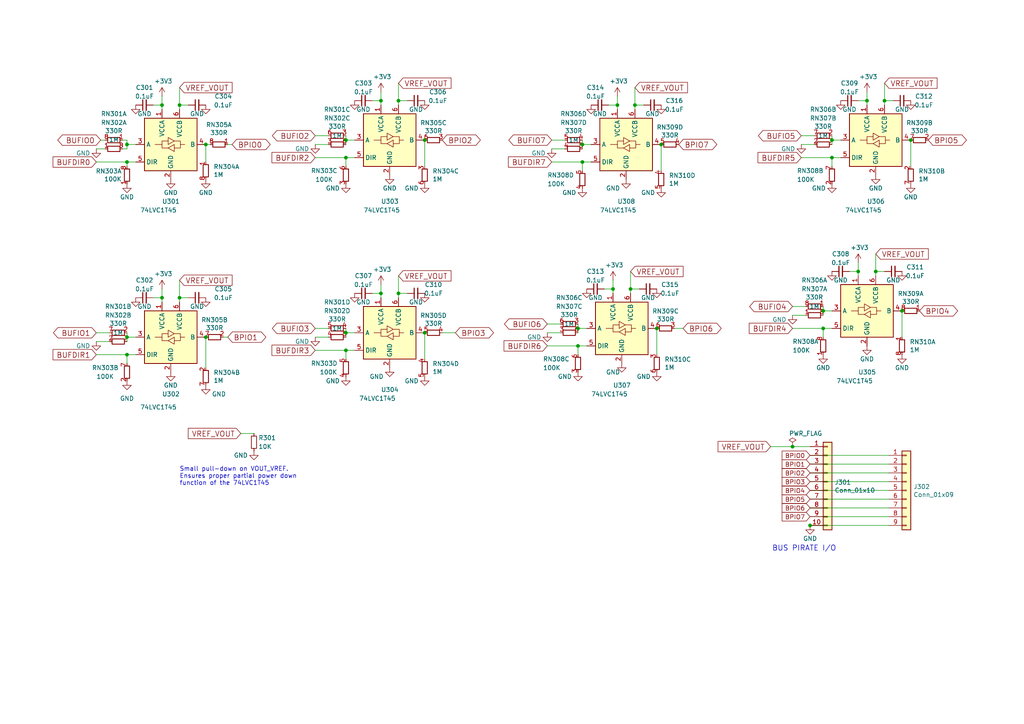
<source format=kicad_sch>
(kicad_sch (version 20231120) (generator "eeschema") (generator_version "8.0")
  (paper "A4")
  (junction (at 59.69 97.79))
  (junction (at 167.64 100.33))
  (junction (at 254 78.74))
  (junction (at 100.33 40.64))
  (junction (at 52.07 30.48))
  (junction (at 115.57 29.21))
  (junction (at 36.83 41.91))
  (junction (at 52.07 86.36))
  (junction (at 115.57 85.09))
  (junction (at 248.92 78.74))
  (junction (at 46.99 30.48))
  (junction (at 36.83 46.99))
  (junction (at 190.5 95.25))
  (junction (at 100.33 96.52))
  (junction (at 168.91 41.91))
  (junction (at 241.3 40.64))
  (junction (at 234.95 152.4))
  (junction (at 123.19 96.52))
  (junction (at 36.83 102.87))
  (junction (at 264.16 40.64))
  (junction (at 123.19 40.64))
  (junction (at 191.77 41.91))
  (junction (at 238.76 95.25))
  (junction (at 179.07 30.48))
  (junction (at 182.88 83.82))
  (junction (at 59.69 41.91))
  (junction (at 168.91 46.99))
  (junction (at 36.83 97.79))
  (junction (at 110.49 85.09))
  (junction (at 241.3 45.72))
  (junction (at 167.64 95.25))
  (junction (at 110.49 29.21))
  (junction (at 184.15 30.48))
  (junction (at 229.87 129.54))
  (junction (at 238.76 90.17))
  (junction (at 256.54 29.21))
  (junction (at 100.33 101.6))
  (junction (at 46.99 86.36))
  (junction (at 177.8 83.82))
  (junction (at 261.62 90.17))
  (junction (at 251.46 29.21))
  (junction (at 100.33 45.72))
  (wire (pts (xy 236.22 41.91) (xy 232.41 41.91)))
  (wire (pts (xy 110.49 30.48) (xy 110.49 29.21)))
  (wire (pts (xy 259.08 29.21) (xy 256.54 29.21)))
  (wire (pts (xy 234.95 149.86) (xy 257.81 149.86)))
  (wire (pts (xy 39.37 97.79) (xy 36.83 97.79)))
  (wire (pts (xy 52.07 81.28) (xy 52.07 86.36)))
  (wire (pts (xy 257.81 132.08) (xy 234.95 132.08)))
  (wire (pts (xy 36.83 102.87) (xy 27.94 102.87)))
  (wire (pts (xy 241.3 45.72) (xy 241.3 48.26)))
  (wire (pts (xy 176.53 30.48) (xy 179.07 30.48)))
  (wire (pts (xy 36.83 99.06) (xy 36.83 97.79)))
  (wire (pts (xy 123.19 104.14) (xy 123.19 96.52)))
  (wire (pts (xy 170.18 100.33) (xy 167.64 100.33)))
  (wire (pts (xy 66.04 41.91) (xy 67.31 41.91)))
  (wire (pts (xy 238.76 90.17) (xy 238.76 88.9)))
  (wire (pts (xy 163.83 40.64) (xy 160.02 40.64)))
  (wire (pts (xy 162.56 96.52) (xy 158.75 96.52)))
  (wire (pts (xy 100.33 45.72) (xy 100.33 48.26)))
  (wire (pts (xy 59.69 106.68) (xy 59.69 97.79)))
  (wire (pts (xy 100.33 45.72) (xy 91.44 45.72)))
  (wire (pts (xy 241.3 95.25) (xy 238.76 95.25)))
  (wire (pts (xy 234.95 144.78) (xy 257.81 144.78)))
  (wire (pts (xy 52.07 31.75) (xy 52.07 30.48)))
  (wire (pts (xy 246.38 78.74) (xy 248.92 78.74)))
  (wire (pts (xy 168.91 46.99) (xy 168.91 49.53)))
  (wire (pts (xy 110.49 29.21) (xy 110.49 26.67)))
  (wire (pts (xy 167.64 100.33) (xy 167.64 102.87)))
  (wire (pts (xy 54.61 30.48) (xy 52.07 30.48)))
  (wire (pts (xy 177.8 83.82) (xy 177.8 81.28)))
  (wire (pts (xy 123.19 40.64) (xy 123.19 48.26)))
  (wire (pts (xy 46.99 31.75) (xy 46.99 30.48)))
  (wire (pts (xy 95.25 95.25) (xy 91.44 95.25)))
  (wire (pts (xy 36.83 97.79) (xy 36.83 96.52)))
  (wire (pts (xy 241.3 41.91) (xy 241.3 40.64)))
  (wire (pts (xy 168.91 46.99) (xy 160.02 46.99)))
  (wire (pts (xy 236.22 39.37) (xy 232.41 39.37)))
  (wire (pts (xy 118.11 85.09) (xy 115.57 85.09)))
  (wire (pts (xy 238.76 91.44) (xy 238.76 90.17)))
  (wire (pts (xy 59.69 41.91) (xy 59.69 46.99)))
  (wire (pts (xy 171.45 46.99) (xy 168.91 46.99)))
  (wire (pts (xy 170.18 95.25) (xy 167.64 95.25)))
  (wire (pts (xy 36.83 48.26) (xy 36.83 46.99)))
  (wire (pts (xy 115.57 86.36) (xy 115.57 85.09)))
  (wire (pts (xy 175.26 83.82) (xy 177.8 83.82)))
  (wire (pts (xy 190.5 102.87) (xy 190.5 95.25)))
  (wire (pts (xy 233.68 88.9) (xy 229.87 88.9)))
  (wire (pts (xy 54.61 86.36) (xy 52.07 86.36)))
  (wire (pts (xy 128.27 96.52) (xy 132.08 96.52)))
  (wire (pts (xy 115.57 30.48) (xy 115.57 29.21)))
  (wire (pts (xy 248.92 78.74) (xy 248.92 76.2)))
  (wire (pts (xy 115.57 80.01) (xy 115.57 85.09)))
  (wire (pts (xy 179.07 30.48) (xy 179.07 27.94)))
  (wire (pts (xy 44.45 30.48) (xy 46.99 30.48)))
  (wire (pts (xy 162.56 93.98) (xy 158.75 93.98)))
  (wire (pts (xy 36.83 43.18) (xy 35.56 43.18)))
  (wire (pts (xy 243.84 40.64) (xy 241.3 40.64)))
  (wire (pts (xy 100.33 101.6) (xy 91.44 101.6)))
  (wire (pts (xy 31.75 96.52) (xy 27.94 96.52)))
  (wire (pts (xy 243.84 45.72) (xy 241.3 45.72)))
  (wire (pts (xy 69.85 125.73) (xy 73.66 125.73)))
  (wire (pts (xy 102.87 40.64) (xy 100.33 40.64)))
  (wire (pts (xy 46.99 87.63) (xy 46.99 86.36)))
  (wire (pts (xy 39.37 102.87) (xy 36.83 102.87)))
  (wire (pts (xy 60.96 41.91) (xy 59.69 41.91)))
  (wire (pts (xy 177.8 85.09) (xy 177.8 83.82)))
  (wire (pts (xy 118.11 29.21) (xy 115.57 29.21)))
  (wire (pts (xy 95.25 39.37) (xy 91.44 39.37)))
  (wire (pts (xy 110.49 86.36) (xy 110.49 85.09)))
  (wire (pts (xy 66.04 97.79) (xy 64.77 97.79)))
  (wire (pts (xy 171.45 41.91) (xy 168.91 41.91)))
  (wire (pts (xy 179.07 31.75) (xy 179.07 30.48)))
  (wire (pts (xy 115.57 24.13) (xy 115.57 29.21)))
  (wire (pts (xy 223.52 129.54) (xy 229.87 129.54)))
  (wire (pts (xy 233.68 91.44) (xy 229.87 91.44)))
  (wire (pts (xy 27.94 46.99) (xy 36.83 46.99)))
  (wire (pts (xy 30.48 40.64) (xy 29.21 40.64)))
  (wire (pts (xy 95.25 97.79) (xy 91.44 97.79)))
  (wire (pts (xy 234.95 152.4) (xy 257.81 152.4)))
  (wire (pts (xy 168.91 41.91) (xy 168.91 40.64)))
  (wire (pts (xy 241.3 45.72) (xy 232.41 45.72)))
  (wire (pts (xy 251.46 30.48) (xy 251.46 29.21)))
  (wire (pts (xy 107.95 85.09) (xy 110.49 85.09)))
  (wire (pts (xy 100.33 41.91) (xy 100.33 40.64)))
  (wire (pts (xy 36.83 40.64) (xy 35.56 40.64)))
  (wire (pts (xy 102.87 45.72) (xy 100.33 45.72)))
  (wire (pts (xy 163.83 43.18) (xy 160.02 43.18)))
  (wire (pts (xy 198.12 95.25) (xy 195.58 95.25)))
  (wire (pts (xy 234.95 139.7) (xy 257.81 139.7)))
  (wire (pts (xy 27.94 43.18) (xy 30.48 43.18)))
  (wire (pts (xy 100.33 40.64) (xy 100.33 39.37)))
  (wire (pts (xy 241.3 90.17) (xy 238.76 90.17)))
  (wire (pts (xy 256.54 78.74) (xy 254 78.74)))
  (wire (pts (xy 251.46 29.21) (xy 251.46 26.67)))
  (wire (pts (xy 234.95 137.16) (xy 257.81 137.16)))
  (wire (pts (xy 100.33 96.52) (xy 100.33 95.25)))
  (wire (pts (xy 31.75 99.06) (xy 27.94 99.06)))
  (wire (pts (xy 167.64 96.52) (xy 167.64 95.25)))
  (wire (pts (xy 168.91 43.18) (xy 168.91 41.91)))
  (wire (pts (xy 52.07 87.63) (xy 52.07 86.36)))
  (wire (pts (xy 256.54 24.13) (xy 256.54 29.21)))
  (wire (pts (xy 182.88 78.74) (xy 182.88 83.82)))
  (wire (pts (xy 185.42 83.82) (xy 182.88 83.82)))
  (wire (pts (xy 52.07 25.4) (xy 52.07 30.48)))
  (wire (pts (xy 261.62 97.79) (xy 261.62 90.17)))
  (wire (pts (xy 167.64 100.33) (xy 158.75 100.33)))
  (wire (pts (xy 46.99 86.36) (xy 46.99 83.82)))
  (wire (pts (xy 36.83 102.87) (xy 36.83 105.41)))
  (wire (pts (xy 248.92 80.01) (xy 248.92 78.74)))
  (wire (pts (xy 238.76 95.25) (xy 229.87 95.25)))
  (wire (pts (xy 36.83 43.18) (xy 36.83 41.91)))
  (wire (pts (xy 238.76 95.25) (xy 238.76 97.79)))
  (wire (pts (xy 46.99 30.48) (xy 46.99 27.94)))
  (wire (pts (xy 100.33 101.6) (xy 100.33 104.14)))
  (wire (pts (xy 191.77 41.91) (xy 191.77 49.53)))
  (wire (pts (xy 254 73.66) (xy 254 78.74)))
  (wire (pts (xy 95.25 41.91) (xy 91.44 41.91)))
  (wire (pts (xy 102.87 96.52) (xy 100.33 96.52)))
  (wire (pts (xy 241.3 40.64) (xy 241.3 39.37)))
  (wire (pts (xy 36.83 41.91) (xy 36.83 40.64)))
  (wire (pts (xy 229.87 129.54) (xy 234.95 129.54)))
  (wire (pts (xy 44.45 86.36) (xy 46.99 86.36)))
  (wire (pts (xy 100.33 97.79) (xy 100.33 96.52)))
  (wire (pts (xy 167.64 95.25) (xy 167.64 93.98)))
  (wire (pts (xy 234.95 142.24) (xy 257.81 142.24)))
  (wire (pts (xy 186.69 30.48) (xy 184.15 30.48)))
  (wire (pts (xy 184.15 25.4) (xy 184.15 30.48)))
  (wire (pts (xy 234.95 147.32) (xy 257.81 147.32)))
  (wire (pts (xy 234.95 134.62) (xy 257.81 134.62)))
  (wire (pts (xy 107.95 29.21) (xy 110.49 29.21)))
  (wire (pts (xy 248.92 29.21) (xy 251.46 29.21)))
  (wire (pts (xy 184.15 31.75) (xy 184.15 30.48)))
  (wire (pts (xy 102.87 101.6) (xy 100.33 101.6)))
  (wire (pts (xy 256.54 30.48) (xy 256.54 29.21)))
  (wire (pts (xy 36.83 46.99) (xy 39.37 46.99)))
  (wire (pts (xy 182.88 85.09) (xy 182.88 83.82)))
  (wire (pts (xy 39.37 41.91) (xy 36.83 41.91)))
  (wire (pts (xy 254 80.01) (xy 254 78.74)))
  (wire (pts (xy 110.49 85.09) (xy 110.49 82.55)))
  (wire (pts (xy 264.16 48.26) (xy 264.16 40.64)))
  (text "Small pull-down on VOUT_VREF.\nEnsures proper partial power down \nfunction of the 74LVC1T45" (at 52.07 140.97 0) (effects (font (size 1.27 1.27)) (justify left bottom)))
  (text "BUS PIRATE I/O" (at 242.57 160.02 0) (effects (font (size 1.524 1.524)) (justify right bottom)))
  (global_label "BPIO2" (shape bidirectional) (at 128.27 40.64 0) (effects (font (size 1.524 1.524))) (property "Intersheetrefs" "${INTERSHEET_REFS}" (effects (hide yes))))
  (global_label "BPIO0" (shape bidirectional) (at 67.31 41.91 0) (effects (font (size 1.524 1.524))) (property "Intersheetrefs" "${INTERSHEET_REFS}" (effects (hide yes))))
  (global_label "BPIO7" (shape bidirectional) (at 196.85 41.91 0) (effects (font (size 1.524 1.524))) (property "Intersheetrefs" "${INTERSHEET_REFS}" (effects (hide yes))))
  (global_label "BUFDIR0" (shape input) (at 27.94 46.99 180) (effects (font (size 1.524 1.524))) (property "Intersheetrefs" "${INTERSHEET_REFS}" (effects (hide yes))))
  (global_label "BUFIO5" (shape bidirectional) (at 232.41 39.37 180) (effects (font (size 1.524 1.524))) (property "Intersheetrefs" "${INTERSHEET_REFS}" (effects (hide yes))))
  (global_label "BUFIO3" (shape bidirectional) (at 91.44 95.25 180) (effects (font (size 1.524 1.524))) (property "Intersheetrefs" "${INTERSHEET_REFS}" (effects (hide yes))))
  (global_label "VREF_VOUT" (shape input) (at 223.52 129.54 180) (effects (font (size 1.524 1.524))) (property "Intersheetrefs" "${INTERSHEET_REFS}" (effects (hide yes))))
  (global_label "BUFDIR4" (shape input) (at 229.87 95.25 180) (effects (font (size 1.524 1.524))) (property "Intersheetrefs" "${INTERSHEET_REFS}" (effects (hide yes))))
  (global_label "BUFIO0" (shape bidirectional) (at 29.21 40.64 180) (effects (font (size 1.524 1.524))) (property "Intersheetrefs" "${INTERSHEET_REFS}" (effects (hide yes))))
  (global_label "VREF_VOUT" (shape input) (at 115.57 80.01 0) (effects (font (size 1.524 1.524))) (property "Intersheetrefs" "${INTERSHEET_REFS}" (effects (hide yes))))
  (global_label "BUFIO2" (shape bidirectional) (at 91.44 39.37 180) (effects (font (size 1.524 1.524))) (property "Intersheetrefs" "${INTERSHEET_REFS}" (effects (hide yes))))
  (global_label "BUFDIR3" (shape input) (at 91.44 101.6 180) (effects (font (size 1.524 1.524))) (property "Intersheetrefs" "${INTERSHEET_REFS}" (effects (hide yes))))
  (global_label "BUFIO4" (shape bidirectional) (at 229.87 88.9 180) (effects (font (size 1.524 1.524))) (property "Intersheetrefs" "${INTERSHEET_REFS}" (effects (hide yes))))
  (global_label "BPIO5" (shape bidirectional) (at 269.24 40.64 0) (effects (font (size 1.524 1.524))) (property "Intersheetrefs" "${INTERSHEET_REFS}" (effects (hide yes))))
  (global_label "BUFDIR2" (shape input) (at 91.44 45.72 180) (effects (font (size 1.524 1.524))) (property "Intersheetrefs" "${INTERSHEET_REFS}" (effects (hide yes))))
  (global_label "BPIO1" (shape bidirectional) (at 66.04 97.79 0) (effects (font (size 1.524 1.524))) (property "Intersheetrefs" "${INTERSHEET_REFS}" (effects (hide yes))))
  (global_label "BPIO1" (shape input) (at 234.95 134.62 180) (property "Intersheetrefs" "${INTERSHEET_REFS}" (effects (hide yes))))
  (global_label "VREF_VOUT" (shape input) (at 52.07 25.4 0) (effects (font (size 1.524 1.524))) (property "Intersheetrefs" "${INTERSHEET_REFS}" (effects (hide yes))))
  (global_label "VREF_VOUT" (shape input) (at 115.57 24.13 0) (effects (font (size 1.524 1.524))) (property "Intersheetrefs" "${INTERSHEET_REFS}" (effects (hide yes))))
  (global_label "BPIO4" (shape input) (at 234.95 142.24 180) (property "Intersheetrefs" "${INTERSHEET_REFS}" (effects (hide yes))))
  (global_label "BPIO4" (shape bidirectional) (at 266.7 90.17 0) (effects (font (size 1.524 1.524))) (property "Intersheetrefs" "${INTERSHEET_REFS}" (effects (hide yes))))
  (global_label "VREF_VOUT" (shape input) (at 69.85 125.73 180) (effects (font (size 1.524 1.524))) (property "Intersheetrefs" "${INTERSHEET_REFS}" (effects (hide yes))))
  (global_label "BPIO6" (shape input) (at 234.95 147.32 180) (property "Intersheetrefs" "${INTERSHEET_REFS}" (effects (hide yes))))
  (global_label "VREF_VOUT" (shape input) (at 184.15 25.4 0) (effects (font (size 1.524 1.524))) (property "Intersheetrefs" "${INTERSHEET_REFS}" (effects (hide yes))))
  (global_label "VREF_VOUT" (shape input) (at 182.88 78.74 0) (effects (font (size 1.524 1.524))) (property "Intersheetrefs" "${INTERSHEET_REFS}" (effects (hide yes))))
  (global_label "BPIO6" (shape bidirectional) (at 198.12 95.25 0) (effects (font (size 1.524 1.524))) (property "Intersheetrefs" "${INTERSHEET_REFS}" (effects (hide yes))))
  (global_label "BPIO3" (shape bidirectional) (at 132.08 96.52 0) (effects (font (size 1.524 1.524))) (property "Intersheetrefs" "${INTERSHEET_REFS}" (effects (hide yes))))
  (global_label "BUFIO1" (shape bidirectional) (at 27.94 96.52 180) (effects (font (size 1.524 1.524))) (property "Intersheetrefs" "${INTERSHEET_REFS}" (effects (hide yes))))
  (global_label "BUFDIR5" (shape input) (at 232.41 45.72 180) (effects (font (size 1.524 1.524))) (property "Intersheetrefs" "${INTERSHEET_REFS}" (effects (hide yes))))
  (global_label "VREF_VOUT" (shape input) (at 256.54 24.13 0) (effects (font (size 1.524 1.524))) (property "Intersheetrefs" "${INTERSHEET_REFS}" (effects (hide yes))))
  (global_label "BUFIO7" (shape bidirectional) (at 160.02 40.64 180) (effects (font (size 1.524 1.524))) (property "Intersheetrefs" "${INTERSHEET_REFS}" (effects (hide yes))))
  (global_label "VREF_VOUT" (shape input) (at 52.07 81.28 0) (effects (font (size 1.524 1.524))) (property "Intersheetrefs" "${INTERSHEET_REFS}" (effects (hide yes))))
  (global_label "BPIO3" (shape input) (at 234.95 139.7 180) (property "Intersheetrefs" "${INTERSHEET_REFS}" (effects (hide yes))))
  (global_label "BUFDIR1" (shape input) (at 27.94 102.87 180) (effects (font (size 1.524 1.524))) (property "Intersheetrefs" "${INTERSHEET_REFS}" (effects (hide yes))))
  (global_label "BUFDIR6" (shape input) (at 158.75 100.33 180) (effects (font (size 1.524 1.524))) (property "Intersheetrefs" "${INTERSHEET_REFS}" (effects (hide yes))))
  (global_label "VREF_VOUT" (shape input) (at 254 73.66 0) (effects (font (size 1.524 1.524))) (property "Intersheetrefs" "${INTERSHEET_REFS}" (effects (hide yes))))
  (global_label "BPIO7" (shape input) (at 234.95 149.86 180) (property "Intersheetrefs" "${INTERSHEET_REFS}" (effects (hide yes))))
  (global_label "BUFIO6" (shape bidirectional) (at 158.75 93.98 180) (effects (font (size 1.524 1.524))) (property "Intersheetrefs" "${INTERSHEET_REFS}" (effects (hide yes))))
  (global_label "BPIO0" (shape input) (at 234.95 132.08 180) (property "Intersheetrefs" "${INTERSHEET_REFS}" (effects (hide yes))))
  (global_label "BPIO2" (shape input) (at 234.95 137.16 180) (property "Intersheetrefs" "${INTERSHEET_REFS}" (effects (hide yes))))
  (global_label "BPIO5" (shape input) (at 234.95 144.78 180) (property "Intersheetrefs" "${INTERSHEET_REFS}" (effects (hide yes))))
  (global_label "BUFDIR7" (shape input) (at 160.02 46.99 180) (effects (font (size 1.524 1.524))) (property "Intersheetrefs" "${INTERSHEET_REFS}" (effects (hide yes))))
  (symbol (lib_id "power:+3V3") (at 46.99 27.94 0) (unit 1)
    (property "Reference" "#PWR0310" (effects (hide yes)))
    (property "Value" "+3V3" (at 47.371 23.5458 0))
  )
  (symbol (lib_id "Device:C_Small") (at 57.15 30.48 90) (unit 1)
    (property "Reference" "C304" (at 64.77 27.94 90))
    (property "Value" "0.1uF" (at 64.77 30.48 90))
    (property "Footprint" "Capacitor_SMD:C_0402_1005Metric" (effects (hide yes)))
    (property "RMB" "0.00628" (effects (hide yes)))
    (property "Supplier" "https://item.szlcsc.com/1877.html" (effects (hide yes)))
  )
  (symbol (lib_id "power:GND") (at 39.37 30.48 0) (unit 1)
    (property "Reference" "#PWR0307" (effects (hide yes)))
    (property "Value" "GND" (at 41.91 33.02 0))
  )
  (symbol (lib_id "power:GND") (at 59.69 30.48 0) (unit 1)
    (property "Reference" "#PWR0316" (effects (hide yes)))
    (property "Value" "GND" (at 57.15 33.02 0))
  )
  (symbol (lib_id "power:GND") (at 49.53 52.07 0) (unit 1)
    (property "Reference" "#PWR0313" (effects (hide yes)))
    (property "Value" "GND" (at 49.53 55.88 0))
  )
  (symbol (lib_id "power:GND") (at 27.94 43.18 0) (unit 1)
    (property "Reference" "#PWR0301" (effects (hide yes)))
    (property "Value" "GND" (at 24.13 44.45 0))
  )
  (symbol (lib_id "power:GND") (at 36.83 53.34 0) (unit 1)
    (property "Reference" "#PWR0304" (effects (hide yes)))
    (property "Value" "GND" (at 36.83 57.15 0))
  )
  (symbol (lib_id "power:GND") (at 59.69 52.07 0) (unit 1)
    (property "Reference" "#PWR0317" (effects (hide yes)))
    (property "Value" "GND" (at 59.69 55.88 0))
  )
  (symbol (lib_id "Device:C_Small") (at 41.91 86.36 90) (unit 1)
    (property "Reference" "C302" (at 41.91 81.28 90))
    (property "Value" "0.1uF" (at 41.91 83.82 90))
    (property "Footprint" "Capacitor_SMD:C_0402_1005Metric" (effects (hide yes)))
    (property "RMB" "0.00628" (effects (hide yes)))
    (property "Supplier" "https://item.szlcsc.com/1877.html" (effects (hide yes)))
  )
  (symbol (lib_id "Logic_LevelTranslator:SN74LVC1T45DCK") (at 49.53 97.79 0) (unit 1)
    (property "Reference" "U302" (at 46.99 114.3 0) (effects (justify left)))
    (property "Value" "74LVC1T45" (at 40.64 118.11 0) (effects (justify left)))
    (property "Footprint" "Package_TO_SOT_SMD:SOT-363_SC-70-6" (effects (hide yes)))
    (property "Datasheet" "http://www.ti.com/lit/ds/symlink/sn74lvc1t45.pdf" (effects (hide yes)))
    (property "RMB" "1.33" (effects (hide yes)))
    (property "Supplier" "https://item.szlcsc.com/9911.html" (effects (hide yes)))
  )
  (symbol (lib_id "power:+3V3") (at 46.99 83.82 0) (unit 1)
    (property "Reference" "#PWR0311" (effects (hide yes)))
    (property "Value" "+3V3" (at 47.371 79.4258 0))
  )
  (symbol (lib_id "Device:C_Small") (at 57.15 86.36 90) (unit 1)
    (property "Reference" "C305" (at 64.77 83.82 90))
    (property "Value" "0.1uF" (at 64.77 86.36 90))
    (property "Footprint" "Capacitor_SMD:C_0402_1005Metric" (effects (hide yes)))
    (property "RMB" "0.00628" (effects (hide yes)))
    (property "Supplier" "https://item.szlcsc.com/1877.html" (effects (hide yes)))
  )
  (symbol (lib_id "power:GND") (at 39.37 86.36 0) (unit 1)
    (property "Reference" "#PWR0308" (effects (hide yes)))
    (property "Value" "GND" (at 41.91 88.9 0))
  )
  (symbol (lib_id "power:GND") (at 59.69 86.36 0) (unit 1)
    (property "Reference" "#PWR0318" (effects (hide yes)))
    (property "Value" "GND" (at 57.15 88.9 0))
  )
  (symbol (lib_id "power:GND") (at 49.53 107.95 0) (unit 1)
    (property "Reference" "#PWR0314" (effects (hide yes)))
    (property "Value" "GND" (at 49.53 111.76 0))
  )
  (symbol (lib_id "power:GND") (at 27.94 99.06 0) (unit 1)
    (property "Reference" "#PWR0302" (effects (hide yes)))
    (property "Value" "GND" (at 24.13 100.33 0))
  )
  (symbol (lib_id "power:GND") (at 36.83 110.49 0) (unit 1)
    (property "Reference" "#PWR0305" (effects (hide yes)))
    (property "Value" "GND" (at 36.83 115.57 0))
  )
  (symbol (lib_id "power:GND") (at 59.69 111.76 0) (unit 1)
    (property "Reference" "#PWR0319" (effects (hide yes)))
    (property "Value" "GND" (at 63.5 114.3 0))
  )
  (symbol (lib_id "Device:C_Small") (at 105.41 29.21 90) (unit 1)
    (property "Reference" "C303" (at 105.41 24.13 90))
    (property "Value" "0.1uF" (at 105.41 26.67 90))
    (property "Footprint" "Capacitor_SMD:C_0402_1005Metric" (effects (hide yes)))
    (property "RMB" "0.00628" (effects (hide yes)))
    (property "Supplier" "https://item.szlcsc.com/1877.html" (effects (hide yes)))
  )
  (symbol (lib_id "Logic_LevelTranslator:SN74LVC1T45DCK") (at 113.03 40.64 0) (unit 1)
    (property "Reference" "U303" (at 110.49 58.42 0) (effects (justify left)))
    (property "Value" "74LVC1T45" (at 105.41 60.96 0) (effects (justify left)))
    (property "Footprint" "Package_TO_SOT_SMD:SOT-363_SC-70-6" (effects (hide yes)))
    (property "Datasheet" "http://www.ti.com/lit/ds/symlink/sn74lvc1t45.pdf" (effects (hide yes)))
    (property "RMB" "1.33" (effects (hide yes)))
    (property "Supplier" "https://item.szlcsc.com/9911.html" (effects (hide yes)))
  )
  (symbol (lib_id "power:+3V3") (at 110.49 26.67 0) (unit 1)
    (property "Reference" "#PWR0312" (effects (hide yes)))
    (property "Value" "+3V3" (at 110.871 22.2758 0))
  )
  (symbol (lib_id "Device:C_Small") (at 120.65 29.21 90) (unit 1)
    (property "Reference" "C306" (at 127 26.67 90))
    (property "Value" "0.1uF" (at 127 29.21 90))
    (property "Footprint" "Capacitor_SMD:C_0402_1005Metric" (effects (hide yes)))
    (property "RMB" "0.00628" (effects (hide yes)))
    (property "Supplier" "https://item.szlcsc.com/1877.html" (effects (hide yes)))
  )
  (symbol (lib_id "power:GND") (at 102.87 29.21 0) (unit 1)
    (property "Reference" "#PWR0309" (effects (hide yes)))
    (property "Value" "GND" (at 105.41 31.75 0))
  )
  (symbol (lib_id "power:GND") (at 123.19 29.21 0) (unit 1)
    (property "Reference" "#PWR0320" (effects (hide yes)))
    (property "Value" "GND" (at 120.65 31.75 0))
  )
  (symbol (lib_id "power:GND") (at 113.03 50.8 0) (unit 1)
    (property "Reference" "#PWR0315" (effects (hide yes)))
    (property "Value" "GND" (at 113.03 54.61 0))
  )
  (symbol (lib_id "power:GND") (at 91.44 41.91 0) (unit 1)
    (property "Reference" "#PWR0303" (effects (hide yes)))
    (property "Value" "GND" (at 87.63 43.18 0))
  )
  (symbol (lib_id "power:GND") (at 100.33 53.34 0) (unit 1)
    (property "Reference" "#PWR0306" (effects (hide yes)))
    (property "Value" "GND" (at 96.52 54.61 0))
  )
  (symbol (lib_id "power:GND") (at 123.19 53.34 0) (unit 1)
    (property "Reference" "#PWR0321" (effects (hide yes)))
    (property "Value" "GND" (at 119.38 54.61 0))
  )
  (symbol (lib_id "Device:C_Small") (at 105.41 85.09 90) (unit 1)
    (property "Reference" "C307" (at 105.41 80.01 90))
    (property "Value" "0.1uF" (at 105.41 82.55 90))
    (property "Footprint" "Capacitor_SMD:C_0402_1005Metric" (effects (hide yes)))
    (property "RMB" "0.00628" (effects (hide yes)))
    (property "Supplier" "https://item.szlcsc.com/1877.html" (effects (hide yes)))
  )
  (symbol (lib_id "Logic_LevelTranslator:SN74LVC1T45DCK") (at 113.03 96.52 0) (unit 1)
    (property "Reference" "U304" (at 110.49 113.03 0) (effects (justify left)))
    (property "Value" "74LVC1T45" (at 104.14 115.57 0) (effects (justify left)))
    (property "Footprint" "Package_TO_SOT_SMD:SOT-363_SC-70-6" (effects (hide yes)))
    (property "Datasheet" "http://www.ti.com/lit/ds/symlink/sn74lvc1t45.pdf" (effects (hide yes)))
    (property "RMB" "1.33" (effects (hide yes)))
    (property "Supplier" "https://item.szlcsc.com/9911.html" (effects (hide yes)))
  )
  (symbol (lib_id "power:+3V3") (at 110.49 82.55 0) (unit 1)
    (property "Reference" "#PWR0331" (effects (hide yes)))
    (property "Value" "+3V3" (at 110.871 78.1558 0))
  )
  (symbol (lib_id "Device:C_Small") (at 120.65 85.09 90) (unit 1)
    (property "Reference" "C310" (at 125.73 82.55 90))
    (property "Value" "0.1uF" (at 125.73 85.09 90))
    (property "Footprint" "Capacitor_SMD:C_0402_1005Metric" (effects (hide yes)))
    (property "RMB" "0.00628" (effects (hide yes)))
    (property "Supplier" "https://item.szlcsc.com/1877.html" (effects (hide yes)))
  )
  (symbol (lib_id "power:GND") (at 102.87 85.09 0) (unit 1)
    (property "Reference" "#PWR0327" (effects (hide yes)))
    (property "Value" "GND" (at 105.41 87.63 0))
  )
  (symbol (lib_id "power:GND") (at 123.19 85.09 0) (unit 1)
    (property "Reference" "#PWR0337" (effects (hide yes)))
    (property "Value" "GND" (at 120.65 87.63 0))
  )
  (symbol (lib_id "power:GND") (at 113.03 106.68 0) (unit 1)
    (property "Reference" "#PWR0333" (effects (hide yes)))
    (property "Value" "GND" (at 109.22 109.22 0))
  )
  (symbol (lib_id "power:GND") (at 91.44 97.79 0) (unit 1)
    (property "Reference" "#PWR0322" (effects (hide yes)))
    (property "Value" "GND" (at 87.63 99.06 0))
  )
  (symbol (lib_id "power:GND") (at 100.33 109.22 0) (unit 1)
    (property "Reference" "#PWR0325" (effects (hide yes)))
    (property "Value" "GND" (at 96.52 110.49 0))
  )
  (symbol (lib_id "power:GND") (at 123.19 109.22 0) (unit 1)
    (property "Reference" "#PWR0338" (effects (hide yes)))
    (property "Value" "GND" (at 119.38 110.49 0))
  )
  (symbol (lib_id "Device:C_Small") (at 243.84 78.74 90) (unit 1)
    (property "Reference" "C308" (at 243.84 73.66 90))
    (property "Value" "0.1uF" (at 243.84 76.2 90))
    (property "Footprint" "Capacitor_SMD:C_0402_1005Metric" (effects (hide yes)))
    (property "RMB" "0.00628" (effects (hide yes)))
    (property "Supplier" "https://item.szlcsc.com/1877.html" (effects (hide yes)))
  )
  (symbol (lib_id "Logic_LevelTranslator:SN74LVC1T45DCK") (at 251.46 90.17 0) (unit 1)
    (property "Reference" "U305" (at 248.92 107.95 0) (effects (justify left)))
    (property "Value" "74LVC1T45" (at 242.57 110.49 0) (effects (justify left)))
    (property "Footprint" "Package_TO_SOT_SMD:SOT-363_SC-70-6" (effects (hide yes)))
    (property "Datasheet" "http://www.ti.com/lit/ds/symlink/sn74lvc1t45.pdf" (effects (hide yes)))
    (property "RMB" "1.33" (effects (hide yes)))
    (property "Supplier" "https://item.szlcsc.com/9911.html" (effects (hide yes)))
  )
  (symbol (lib_id "power:+3V3") (at 248.92 76.2 0) (unit 1)
    (property "Reference" "#PWR0332" (effects (hide yes)))
    (property "Value" "+3V3" (at 249.301 71.8058 0))
  )
  (symbol (lib_id "Device:C_Small") (at 259.08 78.74 90) (unit 1)
    (property "Reference" "C311" (at 265.43 77.47 90))
    (property "Value" "0.1uF" (at 265.43 80.01 90))
    (property "Footprint" "Capacitor_SMD:C_0402_1005Metric" (effects (hide yes)))
    (property "RMB" "0.00628" (effects (hide yes)))
    (property "Supplier" "https://item.szlcsc.com/1877.html" (effects (hide yes)))
  )
  (symbol (lib_id "power:GND") (at 241.3 78.74 0) (unit 1)
    (property "Reference" "#PWR0329" (effects (hide yes)))
    (property "Value" "GND" (at 243.84 81.28 0))
  )
  (symbol (lib_id "power:GND") (at 261.62 78.74 0) (unit 1)
    (property "Reference" "#PWR0339" (effects (hide yes)))
    (property "Value" "GND" (at 259.08 81.28 0))
  )
  (symbol (lib_id "power:GND") (at 251.46 100.33 0) (unit 1)
    (property "Reference" "#PWR0335" (effects (hide yes)))
    (property "Value" "GND" (at 251.46 104.14 0))
  )
  (symbol (lib_id "power:GND") (at 229.87 91.44 0) (unit 1)
    (property "Reference" "#PWR0323" (effects (hide yes)))
    (property "Value" "GND" (at 226.06 92.71 0))
  )
  (symbol (lib_id "power:GND") (at 238.76 102.87 0) (unit 1)
    (property "Reference" "#PWR0326" (effects (hide yes)))
    (property "Value" "GND" (at 238.76 106.68 0))
  )
  (symbol (lib_id "power:GND") (at 261.62 102.87 0) (unit 1)
    (property "Reference" "#PWR0340" (effects (hide yes)))
    (property "Value" "GND" (at 261.62 106.68 0))
  )
  (symbol (lib_id "Device:C_Small") (at 246.38 29.21 90) (unit 1)
    (property "Reference" "C309" (at 246.38 24.13 90))
    (property "Value" "0.1uF" (at 246.38 26.67 90))
    (property "Footprint" "Capacitor_SMD:C_0402_1005Metric" (effects (hide yes)))
    (property "RMB" "0.00628" (effects (hide yes)))
    (property "Supplier" "https://item.szlcsc.com/1877.html" (effects (hide yes)))
  )
  (symbol (lib_id "Logic_LevelTranslator:SN74LVC1T45DCK") (at 254 40.64 0) (unit 1)
    (property "Reference" "U306" (at 251.46 58.42 0) (effects (justify left)))
    (property "Value" "74LVC1T45" (at 245.11 60.96 0) (effects (justify left)))
    (property "Footprint" "Package_TO_SOT_SMD:SOT-363_SC-70-6" (effects (hide yes)))
    (property "Datasheet" "http://www.ti.com/lit/ds/symlink/sn74lvc1t45.pdf" (effects (hide yes)))
    (property "RMB" "1.33" (effects (hide yes)))
    (property "Supplier" "https://item.szlcsc.com/9911.html" (effects (hide yes)))
  )
  (symbol (lib_id "power:+3V3") (at 251.46 26.67 0) (unit 1)
    (property "Reference" "#PWR0334" (effects (hide yes)))
    (property "Value" "+3V3" (at 251.841 22.2758 0))
  )
  (symbol (lib_id "Device:C_Small") (at 261.62 29.21 90) (unit 1)
    (property "Reference" "C312" (at 267.97 27.94 90))
    (property "Value" "0.1uF" (at 267.97 30.48 90))
    (property "Footprint" "Capacitor_SMD:C_0402_1005Metric" (effects (hide yes)))
    (property "RMB" "0.00628" (effects (hide yes)))
    (property "Supplier" "https://item.szlcsc.com/1877.html" (effects (hide yes)))
  )
  (symbol (lib_id "power:GND") (at 243.84 29.21 0) (unit 1)
    (property "Reference" "#PWR0330" (effects (hide yes)))
    (property "Value" "GND" (at 246.38 31.75 0))
  )
  (symbol (lib_id "power:GND") (at 264.16 29.21 0) (unit 1)
    (property "Reference" "#PWR0341" (effects (hide yes)))
    (property "Value" "GND" (at 261.62 31.75 0))
  )
  (symbol (lib_id "power:GND") (at 254 50.8 0) (unit 1)
    (property "Reference" "#PWR0336" (effects (hide yes)))
    (property "Value" "GND" (at 254 54.61 0))
  )
  (symbol (lib_id "power:GND") (at 232.41 41.91 0) (unit 1)
    (property "Reference" "#PWR0324" (effects (hide yes)))
    (property "Value" "GND" (at 228.6 43.18 0))
  )
  (symbol (lib_id "power:GND") (at 241.3 53.34 0) (unit 1)
    (property "Reference" "#PWR0328" (effects (hide yes)))
    (property "Value" "GND" (at 237.49 54.61 0))
  )
  (symbol (lib_id "power:GND") (at 264.16 53.34 0) (unit 1)
    (property "Reference" "#PWR0342" (effects (hide yes)))
    (property "Value" "GND" (at 264.16 57.15 0))
  )
  (symbol (lib_id "Device:C_Small") (at 172.72 83.82 90) (unit 1)
    (property "Reference" "C313" (at 172.72 78.74 90))
    (property "Value" "0.1uF" (at 172.72 81.28 90))
    (property "Footprint" "Capacitor_SMD:C_0402_1005Metric" (effects (hide yes)))
    (property "RMB" "0.00628" (effects (hide yes)))
    (property "Supplier" "https://item.szlcsc.com/1877.html" (effects (hide yes)))
  )
  (symbol (lib_id "Logic_LevelTranslator:SN74LVC1T45DCK") (at 180.34 95.25 0) (unit 1)
    (property "Reference" "U307" (at 177.8 111.76 0) (effects (justify left)))
    (property "Value" "74LVC1T45" (at 171.45 114.3 0) (effects (justify left)))
    (property "Footprint" "Package_TO_SOT_SMD:SOT-363_SC-70-6" (effects (hide yes)))
    (property "Datasheet" "http://www.ti.com/lit/ds/symlink/sn74lvc1t45.pdf" (effects (hide yes)))
    (property "RMB" "1.33" (effects (hide yes)))
    (property "Supplier" "https://item.szlcsc.com/9911.html" (effects (hide yes)))
  )
  (symbol (lib_id "power:+3V3") (at 177.8 81.28 0) (unit 1)
    (property "Reference" "#PWR0349" (effects (hide yes)))
    (property "Value" "+3V3" (at 178.181 76.8858 0))
  )
  (symbol (lib_id "Device:C_Small") (at 187.96 83.82 90) (unit 1)
    (property "Reference" "C315" (at 194.31 82.55 90))
    (property "Value" "0.1uF" (at 194.31 85.09 90))
    (property "Footprint" "Capacitor_SMD:C_0402_1005Metric" (effects (hide yes)))
    (property "RMB" "0.00628" (effects (hide yes)))
    (property "Supplier" "https://item.szlcsc.com/1877.html" (effects (hide yes)))
  )
  (symbol (lib_id "power:GND") (at 170.18 83.82 0) (unit 1)
    (property "Reference" "#PWR0347" (effects (hide yes)))
    (property "Value" "GND" (at 172.72 86.36 0))
  )
  (symbol (lib_id "power:GND") (at 190.5 83.82 0) (unit 1)
    (property "Reference" "#PWR0354" (effects (hide yes)))
    (property "Value" "GND" (at 187.96 86.36 0))
  )
  (symbol (lib_id "power:GND") (at 180.34 105.41 0) (unit 1)
    (property "Reference" "#PWR0351" (effects (hide yes)))
    (property "Value" "GND" (at 177.8 107.95 0))
  )
  (symbol (lib_id "power:GND") (at 158.75 96.52 0) (unit 1)
    (property "Reference" "#PWR0343" (effects (hide yes)))
    (property "Value" "GND" (at 154.94 97.79 0))
  )
  (symbol (lib_id "power:GND") (at 167.64 107.95 0) (unit 1)
    (property "Reference" "#PWR0345" (effects (hide yes)))
    (property "Value" "GND" (at 163.83 109.22 0))
  )
  (symbol (lib_id "power:GND") (at 190.5 107.95 0) (unit 1)
    (property "Reference" "#PWR0355" (effects (hide yes)))
    (property "Value" "GND" (at 186.69 109.22 0))
  )
  (symbol (lib_id "Device:C_Small") (at 173.99 30.48 90) (unit 1)
    (property "Reference" "C314" (at 172.72 25.4 90))
    (property "Value" "0.1uF" (at 172.72 27.94 90))
    (property "Footprint" "Capacitor_SMD:C_0402_1005Metric" (effects (hide yes)))
    (property "RMB" "0.00628" (effects (hide yes)))
    (property "Supplier" "https://item.szlcsc.com/1877.html" (effects (hide yes)))
  )
  (symbol (lib_id "Logic_LevelTranslator:SN74LVC1T45DCK") (at 181.61 41.91 0) (unit 1)
    (property "Reference" "U308" (at 179.07 58.42 0) (effects (justify left)))
    (property "Value" "74LVC1T45" (at 173.99 60.96 0) (effects (justify left)))
    (property "Footprint" "Package_TO_SOT_SMD:SOT-363_SC-70-6" (effects (hide yes)))
    (property "Datasheet" "http://www.ti.com/lit/ds/symlink/sn74lvc1t45.pdf" (effects (hide yes)))
    (property "RMB" "1.33" (effects (hide yes)))
    (property "Supplier" "https://item.szlcsc.com/9911.html" (effects (hide yes)))
  )
  (symbol (lib_id "power:+3V3") (at 179.07 27.94 0) (unit 1)
    (property "Reference" "#PWR0350" (effects (hide yes)))
    (property "Value" "+3V3" (at 179.451 23.5458 0))
  )
  (symbol (lib_id "Device:C_Small") (at 189.23 30.48 90) (unit 1)
    (property "Reference" "C316" (at 195.58 29.21 90))
    (property "Value" "0.1uF" (at 195.58 31.75 90))
    (property "Footprint" "Capacitor_SMD:C_0402_1005Metric" (effects (hide yes)))
    (property "RMB" "0.00628" (effects (hide yes)))
    (property "Supplier" "https://item.szlcsc.com/1877.html" (effects (hide yes)))
  )
  (symbol (lib_id "power:GND") (at 171.45 30.48 0) (unit 1)
    (property "Reference" "#PWR0348" (effects (hide yes)))
    (property "Value" "GND" (at 173.99 33.02 0))
  )
  (symbol (lib_id "power:GND") (at 191.77 30.48 0) (unit 1)
    (property "Reference" "#PWR0356" (effects (hide yes)))
    (property "Value" "GND" (at 189.23 33.02 0))
  )
  (symbol (lib_id "power:GND") (at 181.61 52.07 0) (unit 1)
    (property "Reference" "#PWR0352" (effects (hide yes)))
    (property "Value" "GND" (at 177.8 54.61 0))
  )
  (symbol (lib_id "power:GND") (at 160.02 43.18 0) (unit 1)
    (property "Reference" "#PWR0344" (effects (hide yes)))
    (property "Value" "GND" (at 156.21 44.45 0))
  )
  (symbol (lib_id "power:GND") (at 168.91 54.61 0) (unit 1)
    (property "Reference" "#PWR0346" (effects (hide yes)))
    (property "Value" "GND" (at 165.1 55.88 0))
  )
  (symbol (lib_id "power:GND") (at 191.77 54.61 0) (unit 1)
    (property "Reference" "#PWR0357" (effects (hide yes)))
    (property "Value" "GND" (at 187.96 55.88 0))
  )
  (symbol (lib_id "Device:C_Small") (at 41.91 30.48 90) (unit 1)
    (property "Reference" "C301" (at 41.91 25.4 90))
    (property "Value" "0.1uF" (at 41.91 27.94 90))
    (property "Footprint" "Capacitor_SMD:C_0402_1005Metric" (effects (hide yes)))
    (property "RMB" "0.00628" (effects (hide yes)))
    (property "Supplier" "https://item.szlcsc.com/1877.html" (effects (hide yes)))
  )
  (symbol (lib_id "Logic_LevelTranslator:SN74LVC1T45DCK") (at 49.53 41.91 0) (unit 1)
    (property "Reference" "U301" (at 46.99 58.42 0) (effects (justify left)))
    (property "Value" "74LVC1T45" (at 40.64 60.96 0) (effects (justify left)))
    (property "Footprint" "Package_TO_SOT_SMD:SOT-363_SC-70-6" (effects (hide yes)))
    (property "Datasheet" "http://www.ti.com/lit/ds/symlink/sn74lvc1t45.pdf" (effects (hide yes)))
    (property "RMB" "1.33" (effects (hide yes)))
    (property "Supplier" "https://item.szlcsc.com/9911.html" (effects (hide yes)))
  )
  (symbol (lib_id "Connector_Generic:Conn_01x10") (at 240.03 139.7 0) (unit 1)
    (property "Reference" "J301" (at 242.062 139.9032 0) (effects (justify left)))
    (property "Value" "Conn_01x10" (at 242.062 142.2146 0) (effects (justify left)))
    (property "Footprint" "Connector_PinHeader_2.54mm:PinHeader_1x10_P2.54mm_Vertical" (effects (hide yes)))
  )
  (symbol (lib_id "power:GND") (at 234.95 152.4 0) (unit 1)
    (property "Reference" "#PWR0353" (effects (hide yes)))
    (property "Value" "GND" (at 234.95 156.21 0))
  )
  (symbol (lib_id "power:PWR_FLAG") (at 229.87 129.54 0) (unit 1)
    (property "Reference" "#FLG0301" (effects (hide yes)))
    (property "Value" "PWR_FLAG" (at 233.68 125.73 0))
  )
  (symbol (lib_id "dp-rarray:R_Array") (at 33.02 40.64 270) (unit 1)
    (property "Reference" "RN301" (at 33.02 33.02 90))
    (property "Value" "330R" (at 33.02 37.9476 90))
    (property "Footprint" "Resistor_SMD:R_Array_Convex_4x0402" (effects (hide yes)))
    (property "Datasheet" "http://www.vishay.com/docs/31509/csc.pdf" (effects (hide yes)))
    (property "RMB" "0.033552" (effects (hide yes)))
    (property "Supplier" "https://item.szlcsc.com/26241.html" (effects (hide yes)))
  )
  (symbol (lib_id "dp-rarray:R_Array") (at 33.02 43.18 90) (mirror x) (unit 1)
    (property "Reference" "RN302" (at 33.02 35.56 90))
    (property "Value" "1M" (at 33.02 40.4876 90))
    (property "Footprint" "Resistor_SMD:R_Array_Convex_4x0402" (effects (hide yes)))
    (property "Datasheet" "http://www.vishay.com/docs/31509/csc.pdf" (effects (hide yes)))
    (property "RMB" "0.03666" (effects (hide yes)))
    (property "Supplier" "https://item.szlcsc.com/635571.html" (effects (hide yes)))
  )
  (symbol (lib_id "dp-rarray:R_Array") (at 36.83 50.8 0) (mirror x) (unit 1)
    (property "Reference" "RN303" (at 35.306 49.6316 0) (effects (justify right)))
    (property "Value" "100K" (at 35.306 51.943 0) (effects (justify right)))
    (property "Footprint" "Resistor_SMD:R_Array_Convex_4x0402" (effects (hide yes)))
    (property "Datasheet" "http://www.vishay.com/docs/31509/csc.pdf" (effects (hide yes)))
    (property "RMB" "0.020173" (effects (hide yes)))
    (property "Supplier" "https://item.szlcsc.com/728291.html" (effects (hide yes)))
  )
  (symbol (lib_id "dp-rarray:R_Array") (at 59.69 49.53 0) (unit 1)
    (property "Reference" "RN304" (at 61.9252 48.3616 0) (effects (justify left)))
    (property "Value" "1M" (at 61.9252 50.673 0) (effects (justify left)))
    (property "Footprint" "Resistor_SMD:R_Array_Convex_4x0402" (effects (hide yes)))
    (property "Datasheet" "http://www.vishay.com/docs/31509/csc.pdf" (effects (hide yes)))
    (property "RMB" "0.03666" (effects (hide yes)))
    (property "Supplier" "https://item.szlcsc.com/635571.html" (effects (hide yes)))
  )
  (symbol (lib_id "dp-rarray:R_Array") (at 63.5 41.91 270) (mirror x) (unit 1)
    (property "Reference" "RN305" (at 63.5 36.195 90))
    (property "Value" "330R" (at 63.5 38.5064 90))
    (property "Footprint" "Resistor_SMD:R_Array_Convex_4x0402" (effects (hide yes)))
    (property "Datasheet" "http://www.vishay.com/docs/31509/csc.pdf" (effects (hide yes)))
    (property "RMB" "0.033552" (effects (hide yes)))
    (property "Supplier" "https://item.szlcsc.com/26241.html" (effects (hide yes)))
  )
  (symbol (lib_id "dp-rarray:R_Array") (at 34.29 96.52 270) (unit 2)
    (property "Reference" "RN301" (at 34.29 88.9 90))
    (property "Value" "330R" (at 34.29 93.8276 90))
    (property "Footprint" "Resistor_SMD:R_Array_Convex_4x0402" (effects (hide yes)))
    (property "Datasheet" "http://www.vishay.com/docs/31509/csc.pdf" (effects (hide yes)))
    (property "RMB" "0.033552" (effects (hide yes)))
    (property "Supplier" "https://item.szlcsc.com/26241.html" (effects (hide yes)))
  )
  (symbol (lib_id "dp-rarray:R_Array") (at 34.29 99.06 90) (unit 2)
    (property "Reference" "RN302" (at 34.29 91.44 90))
    (property "Value" "1M" (at 34.29 96.52 90))
    (property "Footprint" "Resistor_SMD:R_Array_Convex_4x0402" (effects (hide yes)))
    (property "Datasheet" "http://www.vishay.com/docs/31509/csc.pdf" (effects (hide yes)))
    (property "RMB" "0.03666" (effects (hide yes)))
    (property "Supplier" "https://item.szlcsc.com/635571.html" (effects (hide yes)))
  )
  (symbol (lib_id "dp-rarray:R_Array") (at 36.83 107.95 180) (unit 2)
    (property "Reference" "RN303" (at 26.67 106.68 0) (effects (justify right)))
    (property "Value" "100K" (at 27.94 109.22 0) (effects (justify right)))
    (property "Footprint" "Resistor_SMD:R_Array_Convex_4x0402" (effects (hide yes)))
    (property "Datasheet" "http://www.vishay.com/docs/31509/csc.pdf" (effects (hide yes)))
    (property "RMB" "0.020173" (effects (hide yes)))
    (property "Supplier" "https://item.szlcsc.com/728291.html" (effects (hide yes)))
  )
  (symbol (lib_id "dp-rarray:R_Array") (at 59.69 109.22 0) (unit 2)
    (property "Reference" "RN304" (at 61.9252 108.0516 0) (effects (justify left)))
    (property "Value" "1M" (at 61.9252 110.363 0) (effects (justify left)))
    (property "Footprint" "Resistor_SMD:R_Array_Convex_4x0402" (effects (hide yes)))
    (property "Datasheet" "http://www.vishay.com/docs/31509/csc.pdf" (effects (hide yes)))
    (property "RMB" "0.03666" (effects (hide yes)))
    (property "Supplier" "https://item.szlcsc.com/635571.html" (effects (hide yes)))
  )
  (symbol (lib_id "dp-rarray:R_Array") (at 62.23 97.79 270) (unit 2)
    (property "Reference" "RN305" (at 62.23 92.7862 90))
    (property "Value" "330R" (at 62.23 95.0976 90))
    (property "Footprint" "Resistor_SMD:R_Array_Convex_4x0402" (effects (hide yes)))
    (property "Datasheet" "http://www.vishay.com/docs/31509/csc.pdf" (effects (hide yes)))
    (property "RMB" "0.033552" (effects (hide yes)))
    (property "Supplier" "https://item.szlcsc.com/26241.html" (effects (hide yes)))
  )
  (symbol (lib_id "dp-rarray:R_Array") (at 97.79 39.37 270) (unit 3)
    (property "Reference" "RN301" (at 97.79 31.75 90))
    (property "Value" "330R" (at 97.79 36.6776 90))
    (property "Footprint" "Resistor_SMD:R_Array_Convex_4x0402" (effects (hide yes)))
    (property "Datasheet" "http://www.vishay.com/docs/31509/csc.pdf" (effects (hide yes)))
    (property "RMB" "0.033552" (effects (hide yes)))
    (property "Supplier" "https://item.szlcsc.com/26241.html" (effects (hide yes)))
  )
  (symbol (lib_id "dp-rarray:R_Array") (at 97.79 41.91 90) (unit 3)
    (property "Reference" "RN302" (at 97.79 34.29 90))
    (property "Value" "1M" (at 97.79 39.37 90))
    (property "Footprint" "Resistor_SMD:R_Array_Convex_4x0402" (effects (hide yes)))
    (property "Datasheet" "http://www.vishay.com/docs/31509/csc.pdf" (effects (hide yes)))
    (property "RMB" "0.03666" (effects (hide yes)))
    (property "Supplier" "https://item.szlcsc.com/635571.html" (effects (hide yes)))
  )
  (symbol (lib_id "dp-rarray:R_Array") (at 100.33 50.8 180) (unit 3)
    (property "Reference" "RN303" (at 90.17 49.53 0) (effects (justify right)))
    (property "Value" "100K" (at 91.44 52.07 0) (effects (justify right)))
    (property "Footprint" "Resistor_SMD:R_Array_Convex_4x0402" (effects (hide yes)))
    (property "Datasheet" "http://www.vishay.com/docs/31509/csc.pdf" (effects (hide yes)))
    (property "RMB" "0.020173" (effects (hide yes)))
    (property "Supplier" "https://item.szlcsc.com/728291.html" (effects (hide yes)))
  )
  (symbol (lib_id "dp-rarray:R_Array") (at 123.19 50.8 0) (unit 3)
    (property "Reference" "RN304" (at 125.4252 49.6316 0) (effects (justify left)))
    (property "Value" "1M" (at 125.4252 51.943 0) (effects (justify left)))
    (property "Footprint" "Resistor_SMD:R_Array_Convex_4x0402" (effects (hide yes)))
    (property "Datasheet" "http://www.vishay.com/docs/31509/csc.pdf" (effects (hide yes)))
    (property "RMB" "0.03666" (effects (hide yes)))
    (property "Supplier" "https://item.szlcsc.com/635571.html" (effects (hide yes)))
  )
  (symbol (lib_id "dp-rarray:R_Array") (at 125.73 40.64 270) (unit 3)
    (property "Reference" "RN305" (at 125.73 35.6362 90))
    (property "Value" "330R" (at 125.73 37.9476 90))
    (property "Footprint" "Resistor_SMD:R_Array_Convex_4x0402" (effects (hide yes)))
    (property "Datasheet" "http://www.vishay.com/docs/31509/csc.pdf" (effects (hide yes)))
    (property "RMB" "0.033552" (effects (hide yes)))
    (property "Supplier" "https://item.szlcsc.com/26241.html" (effects (hide yes)))
  )
  (symbol (lib_id "dp-rarray:R_Array") (at 97.79 95.25 270) (unit 4)
    (property "Reference" "RN301" (at 97.79 87.63 90))
    (property "Value" "330R" (at 97.79 92.5576 90))
    (property "Footprint" "Resistor_SMD:R_Array_Convex_4x0402" (effects (hide yes)))
    (property "Datasheet" "http://www.vishay.com/docs/31509/csc.pdf" (effects (hide yes)))
    (property "RMB" "0.033552" (effects (hide yes)))
    (property "Supplier" "https://item.szlcsc.com/26241.html" (effects (hide yes)))
  )
  (symbol (lib_id "dp-rarray:R_Array") (at 166.37 40.64 270) (unit 4)
    (property "Reference" "RN306" (at 166.37 33.02 90))
    (property "Value" "330R" (at 166.37 37.9476 90))
    (property "Footprint" "Resistor_SMD:R_Array_Convex_4x0402" (effects (hide yes)))
    (property "Datasheet" "http://www.vishay.com/docs/31509/csc.pdf" (effects (hide yes)))
    (property "RMB" "0.033552" (effects (hide yes)))
    (property "Supplier" "https://item.szlcsc.com/26241.html" (effects (hide yes)))
  )
  (symbol (lib_id "dp-rarray:R_Array") (at 97.79 97.79 90) (unit 4)
    (property "Reference" "RN302" (at 97.79 90.17 90))
    (property "Value" "1M" (at 97.79 95.25 90))
    (property "Footprint" "Resistor_SMD:R_Array_Convex_4x0402" (effects (hide yes)))
    (property "Datasheet" "http://www.vishay.com/docs/31509/csc.pdf" (effects (hide yes)))
    (property "RMB" "0.03666" (effects (hide yes)))
    (property "Supplier" "https://item.szlcsc.com/635571.html" (effects (hide yes)))
  )
  (symbol (lib_id "dp-rarray:R_Array") (at 100.33 106.68 180) (unit 4)
    (property "Reference" "RN303" (at 90.17 105.41 0) (effects (justify right)))
    (property "Value" "100K" (at 92.71 107.95 0) (effects (justify right)))
    (property "Footprint" "Resistor_SMD:R_Array_Convex_4x0402" (effects (hide yes)))
    (property "Datasheet" "http://www.vishay.com/docs/31509/csc.pdf" (effects (hide yes)))
    (property "RMB" "0.020173" (effects (hide yes)))
    (property "Supplier" "https://item.szlcsc.com/728291.html" (effects (hide yes)))
  )
  (symbol (lib_id "dp-rarray:R_Array") (at 123.19 106.68 0) (unit 4)
    (property "Reference" "RN304" (at 125.4252 105.5116 0) (effects (justify left)))
    (property "Value" "1M" (at 125.4252 107.823 0) (effects (justify left)))
    (property "Footprint" "Resistor_SMD:R_Array_Convex_4x0402" (effects (hide yes)))
    (property "Datasheet" "http://www.vishay.com/docs/31509/csc.pdf" (effects (hide yes)))
    (property "RMB" "0.03666" (effects (hide yes)))
    (property "Supplier" "https://item.szlcsc.com/635571.html" (effects (hide yes)))
  )
  (symbol (lib_id "dp-rarray:R_Array") (at 125.73 96.52 270) (unit 4)
    (property "Reference" "RN305" (at 125.73 91.5162 90))
    (property "Value" "330R" (at 125.73 93.8276 90))
    (property "Footprint" "Resistor_SMD:R_Array_Convex_4x0402" (effects (hide yes)))
    (property "Datasheet" "http://www.vishay.com/docs/31509/csc.pdf" (effects (hide yes)))
    (property "RMB" "0.033552" (effects (hide yes)))
    (property "Supplier" "https://item.szlcsc.com/26241.html" (effects (hide yes)))
  )
  (symbol (lib_id "dp-rarray:R_Array") (at 194.31 41.91 270) (unit 4)
    (property "Reference" "RN309" (at 194.31 36.9062 90))
    (property "Value" "330R" (at 194.31 39.2176 90))
    (property "Footprint" "Resistor_SMD:R_Array_Convex_4x0402" (effects (hide yes)))
    (property "Datasheet" "http://www.vishay.com/docs/31509/csc.pdf" (effects (hide yes)))
    (property "RMB" "0.033552" (effects (hide yes)))
    (property "Supplier" "https://item.szlcsc.com/26241.html" (effects (hide yes)))
  )
  (symbol (lib_id "dp-rarray:R_Array") (at 191.77 52.07 0) (unit 4)
    (property "Reference" "RN310" (at 194.0052 50.9016 0) (effects (justify left)))
    (property "Value" "1M" (at 194.0052 53.213 0) (effects (justify left)))
    (property "Footprint" "Resistor_SMD:R_Array_Convex_4x0402" (effects (hide yes)))
    (property "Datasheet" "http://www.vishay.com/docs/31509/csc.pdf" (effects (hide yes)))
    (property "RMB" "0.03666" (effects (hide yes)))
    (property "Supplier" "https://item.szlcsc.com/635571.html" (effects (hide yes)))
  )
  (symbol (lib_id "dp-rarray:R_Array") (at 238.76 100.33 180) (unit 1)
    (property "Reference" "RN308" (at 229.87 99.06 0) (effects (justify right)))
    (property "Value" "100K" (at 229.87 101.6 0) (effects (justify right)))
    (property "Footprint" "Resistor_SMD:R_Array_Convex_4x0402" (effects (hide yes)))
    (property "Datasheet" "http://www.vishay.com/docs/31509/csc.pdf" (effects (hide yes)))
    (property "RMB" "0.020173" (effects (hide yes)))
    (property "Supplier" "https://item.szlcsc.com/728291.html" (effects (hide yes)))
  )
  (symbol (lib_id "dp-rarray:R_Array") (at 166.37 43.18 90) (unit 4)
    (property "Reference" "RN307" (at 166.37 35.56 90))
    (property "Value" "1M" (at 166.37 40.64 90))
    (property "Footprint" "Resistor_SMD:R_Array_Convex_4x0402" (effects (hide yes)))
    (property "Datasheet" "http://www.vishay.com/docs/31509/csc.pdf" (effects (hide yes)))
    (property "RMB" "0.03666" (effects (hide yes)))
    (property "Supplier" "https://item.szlcsc.com/635571.html" (effects (hide yes)))
  )
  (symbol (lib_id "dp-rarray:R_Array") (at 236.22 88.9 270) (unit 1)
    (property "Reference" "RN306" (at 236.22 81.28 90))
    (property "Value" "330R" (at 236.22 86.2076 90))
    (property "Footprint" "Resistor_SMD:R_Array_Convex_4x0402" (effects (hide yes)))
    (property "Datasheet" "http://www.vishay.com/docs/31509/csc.pdf" (effects (hide yes)))
    (property "RMB" "0.033552" (effects (hide yes)))
    (property "Supplier" "https://item.szlcsc.com/26241.html" (effects (hide yes)))
  )
  (symbol (lib_id "dp-rarray:R_Array") (at 236.22 91.44 90) (unit 1)
    (property "Reference" "RN307" (at 236.22 83.82 90))
    (property "Value" "1M" (at 236.22 88.9 90))
    (property "Footprint" "Resistor_SMD:R_Array_Convex_4x0402" (effects (hide yes)))
    (property "Datasheet" "http://www.vishay.com/docs/31509/csc.pdf" (effects (hide yes)))
    (property "RMB" "0.03666" (effects (hide yes)))
    (property "Supplier" "https://item.szlcsc.com/635571.html" (effects (hide yes)))
  )
  (symbol (lib_id "dp-rarray:R_Array") (at 241.3 50.8 180) (unit 2)
    (property "Reference" "RN308" (at 231.14 49.53 0) (effects (justify right)))
    (property "Value" "100K" (at 231.14 52.07 0) (effects (justify right)))
    (property "Footprint" "Resistor_SMD:R_Array_Convex_4x0402" (effects (hide yes)))
    (property "Datasheet" "http://www.vishay.com/docs/31509/csc.pdf" (effects (hide yes)))
    (property "RMB" "0.020173" (effects (hide yes)))
    (property "Supplier" "https://item.szlcsc.com/728291.html" (effects (hide yes)))
  )
  (symbol (lib_id "dp-rarray:R_Array") (at 261.62 100.33 0) (unit 1)
    (property "Reference" "RN310" (at 263.8552 99.1616 0) (effects (justify left)))
    (property "Value" "1M" (at 263.8552 101.473 0) (effects (justify left)))
    (property "Footprint" "Resistor_SMD:R_Array_Convex_4x0402" (effects (hide yes)))
    (property "Datasheet" "http://www.vishay.com/docs/31509/csc.pdf" (effects (hide yes)))
    (property "RMB" "0.03666" (effects (hide yes)))
    (property "Supplier" "https://item.szlcsc.com/635571.html" (effects (hide yes)))
  )
  (symbol (lib_id "dp-rarray:R_Array") (at 264.16 90.17 270) (unit 1)
    (property "Reference" "RN309" (at 264.16 85.1662 90))
    (property "Value" "330R" (at 264.16 87.4776 90))
    (property "Footprint" "Resistor_SMD:R_Array_Convex_4x0402" (effects (hide yes)))
    (property "Datasheet" "http://www.vishay.com/docs/31509/csc.pdf" (effects (hide yes)))
    (property "RMB" "0.033552" (effects (hide yes)))
    (property "Supplier" "https://item.szlcsc.com/26241.html" (effects (hide yes)))
  )
  (symbol (lib_id "dp-rarray:R_Array") (at 238.76 39.37 270) (unit 2)
    (property "Reference" "RN306" (at 238.76 31.75 90))
    (property "Value" "330R" (at 238.76 36.6776 90))
    (property "Footprint" "Resistor_SMD:R_Array_Convex_4x0402" (effects (hide yes)))
    (property "Datasheet" "http://www.vishay.com/docs/31509/csc.pdf" (effects (hide yes)))
    (property "RMB" "0.033552" (effects (hide yes)))
    (property "Supplier" "https://item.szlcsc.com/26241.html" (effects (hide yes)))
  )
  (symbol (lib_id "dp-rarray:R_Array") (at 238.76 41.91 90) (unit 2)
    (property "Reference" "RN307" (at 238.76 34.29 90))
    (property "Value" "1M" (at 238.76 39.37 90))
    (property "Footprint" "Resistor_SMD:R_Array_Convex_4x0402" (effects (hide yes)))
    (property "Datasheet" "http://www.vishay.com/docs/31509/csc.pdf" (effects (hide yes)))
    (property "RMB" "0.03666" (effects (hide yes)))
    (property "Supplier" "https://item.szlcsc.com/635571.html" (effects (hide yes)))
  )
  (symbol (lib_id "dp-rarray:R_Array") (at 167.64 105.41 180) (unit 3)
    (property "Reference" "RN308" (at 157.48 104.14 0) (effects (justify right)))
    (property "Value" "100K" (at 157.48 106.68 0) (effects (justify right)))
    (property "Footprint" "Resistor_SMD:R_Array_Convex_4x0402" (effects (hide yes)))
    (property "Datasheet" "http://www.vishay.com/docs/31509/csc.pdf" (effects (hide yes)))
    (property "RMB" "0.020173" (effects (hide yes)))
    (property "Supplier" "https://item.szlcsc.com/728291.html" (effects (hide yes)))
  )
  (symbol (lib_id "dp-rarray:R_Array") (at 264.16 50.8 0) (unit 2)
    (property "Reference" "RN310" (at 266.3952 49.6316 0) (effects (justify left)))
    (property "Value" "1M" (at 266.3952 51.943 0) (effects (justify left)))
    (property "Footprint" "Resistor_SMD:R_Array_Convex_4x0402" (effects (hide yes)))
    (property "Datasheet" "http://www.vishay.com/docs/31509/csc.pdf" (effects (hide yes)))
    (property "RMB" "0.03666" (effects (hide yes)))
    (property "Supplier" "https://item.szlcsc.com/635571.html" (effects (hide yes)))
  )
  (symbol (lib_id "dp-rarray:R_Array") (at 266.7 40.64 270) (unit 2)
    (property "Reference" "RN309" (at 266.7 35.6362 90))
    (property "Value" "330R" (at 266.7 37.9476 90))
    (property "Footprint" "Resistor_SMD:R_Array_Convex_4x0402" (effects (hide yes)))
    (property "Datasheet" "http://www.vishay.com/docs/31509/csc.pdf" (effects (hide yes)))
    (property "RMB" "0.033552" (effects (hide yes)))
    (property "Supplier" "https://item.szlcsc.com/26241.html" (effects (hide yes)))
  )
  (symbol (lib_id "dp-rarray:R_Array") (at 165.1 93.98 270) (unit 3)
    (property "Reference" "RN306" (at 165.1 86.36 90))
    (property "Value" "330R" (at 165.1 91.2876 90))
    (property "Footprint" "Resistor_SMD:R_Array_Convex_4x0402" (effects (hide yes)))
    (property "Datasheet" "http://www.vishay.com/docs/31509/csc.pdf" (effects (hide yes)))
    (property "RMB" "0.033552" (effects (hide yes)))
    (property "Supplier" "https://item.szlcsc.com/26241.html" (effects (hide yes)))
  )
  (symbol (lib_id "dp-rarray:R_Array") (at 165.1 96.52 90) (unit 3)
    (property "Reference" "RN307" (at 165.1 88.9 90))
    (property "Value" "1M" (at 165.1 93.98 90))
    (property "Footprint" "Resistor_SMD:R_Array_Convex_4x0402" (effects (hide yes)))
    (property "Datasheet" "http://www.vishay.com/docs/31509/csc.pdf" (effects (hide yes)))
    (property "RMB" "0.03666" (effects (hide yes)))
    (property "Supplier" "https://item.szlcsc.com/635571.html" (effects (hide yes)))
  )
  (symbol (lib_id "dp-rarray:R_Array") (at 168.91 52.07 180) (unit 4)
    (property "Reference" "RN308" (at 158.75 50.8 0) (effects (justify right)))
    (property "Value" "100K" (at 158.75 53.34 0) (effects (justify right)))
    (property "Footprint" "Resistor_SMD:R_Array_Convex_4x0402" (effects (hide yes)))
    (property "Datasheet" "http://www.vishay.com/docs/31509/csc.pdf" (effects (hide yes)))
    (property "RMB" "0.020173" (effects (hide yes)))
    (property "Supplier" "https://item.szlcsc.com/728291.html" (effects (hide yes)))
  )
  (symbol (lib_id "dp-rarray:R_Array") (at 190.5 105.41 0) (unit 3)
    (property "Reference" "RN310" (at 192.7352 104.2416 0) (effects (justify left)))
    (property "Value" "1M" (at 192.7352 106.553 0) (effects (justify left)))
    (property "Footprint" "Resistor_SMD:R_Array_Convex_4x0402" (effects (hide yes)))
    (property "Datasheet" "http://www.vishay.com/docs/31509/csc.pdf" (effects (hide yes)))
    (property "RMB" "0.03666" (effects (hide yes)))
    (property "Supplier" "https://item.szlcsc.com/635571.html" (effects (hide yes)))
  )
  (symbol (lib_id "dp-rarray:R_Array") (at 193.04 95.25 270) (unit 3)
    (property "Reference" "RN309" (at 193.04 90.2462 90))
    (property "Value" "330R" (at 193.04 92.5576 90))
    (property "Footprint" "Resistor_SMD:R_Array_Convex_4x0402" (effects (hide yes)))
    (property "Datasheet" "http://www.vishay.com/docs/31509/csc.pdf" (effects (hide yes)))
    (property "RMB" "0.033552" (effects (hide yes)))
    (property "Supplier" "https://item.szlcsc.com/26241.html" (effects (hide yes)))
  )
  (symbol (lib_id "Connector_Generic:Conn_01x09") (at 262.89 142.24 0) (unit 1)
    (property "Reference" "J302" (at 264.922 141.1732 0) (effects (justify left)))
    (property "Value" "Conn_01x09" (at 264.922 143.4846 0) (effects (justify left)))
    (property "Footprint" "Connector_JST:JST_SH_SM09B-SRSS-TB_1x09-1MP_P1.00mm_Horizontal" (effects (hide yes)))
  )
  (symbol (lib_id "power:GND") (at 73.66 130.81 0) (unit 1)
    (property "Reference" "#PWR016" (effects (hide yes)))
    (property "Value" "GND" (at 69.85 132.08 0))
  )
  (symbol (lib_id "Device:R_Small") (at 73.66 128.27 0) (unit 1)
    (property "Reference" "R301" (at 74.93 127 0) (effects (justify left)))
    (property "Value" "10K" (at 74.93 129.54 0) (effects (justify left)))
    (property "Footprint" "Resistor_SMD:R_0402_1005Metric" (effects (hide yes)))
    (property "RMB" "0.005749" (effects (hide yes)))
    (property "Supplier" "https://item.szlcsc.com/61543.html" (effects (hide yes)))
  )
)
</source>
